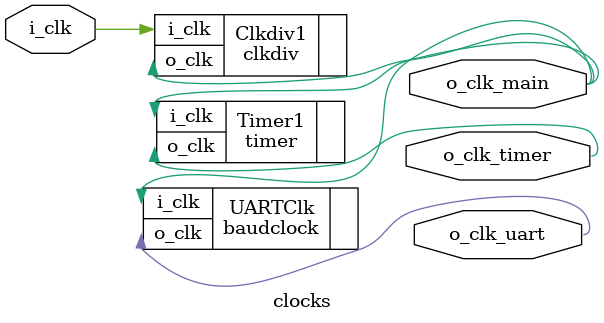
<source format=v>
module clocks(
    input  i_clk,
    output o_clk_main, // slow clock for logic ann
    output o_clk_uart, // bauds
    output o_clk_timer // restart timer
);

clkdiv Clkdiv1(
    .i_clk(i_clk),
    .o_clk(o_clk_main)
);

/* Automatic restart */
timer Timer1 (
   .i_clk(o_clk_main),
   .o_clk(o_clk_timer)
);


baudclock UARTClk(
    .i_clk(o_clk_main),
    .o_clk(o_clk_uart)
);

endmodule

</source>
